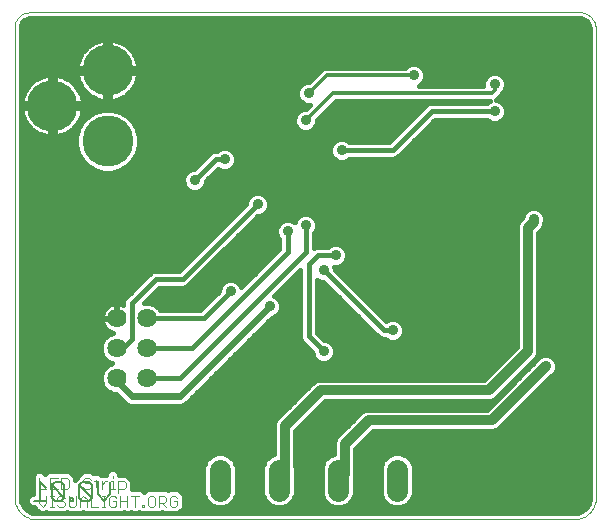
<source format=gbl>
G75*
G70*
%OFA0B0*%
%FSLAX24Y24*%
%IPPOS*%
%LPD*%
%AMOC8*
5,1,8,0,0,1.08239X$1,22.5*
%
%ADD10C,0.0000*%
%ADD11C,0.0030*%
%ADD12C,0.0050*%
%ADD13C,0.0640*%
%ADD14C,0.0705*%
%ADD15C,0.1700*%
%ADD16C,0.0160*%
%ADD17C,0.0356*%
%ADD18C,0.0240*%
%ADD19C,0.0120*%
%ADD20C,0.0320*%
D10*
X000963Y000480D02*
X018988Y000480D01*
X018988Y000481D02*
X019039Y000486D01*
X019089Y000495D01*
X019138Y000508D01*
X019187Y000524D01*
X019234Y000543D01*
X019279Y000566D01*
X019323Y000592D01*
X019365Y000621D01*
X019405Y000653D01*
X019442Y000687D01*
X019477Y000725D01*
X019509Y000764D01*
X019538Y000806D01*
X019564Y000850D01*
X019587Y000896D01*
X019607Y000943D01*
X019623Y000991D01*
X019635Y001040D01*
X019645Y001090D01*
X019650Y001141D01*
X019652Y001192D01*
X019650Y001243D01*
X019650Y016717D01*
X019656Y016764D01*
X019659Y016810D01*
X019658Y016857D01*
X019652Y016904D01*
X019643Y016950D01*
X019630Y016995D01*
X019614Y017039D01*
X019594Y017082D01*
X019570Y017122D01*
X019543Y017161D01*
X019513Y017197D01*
X019480Y017230D01*
X019445Y017261D01*
X019407Y017289D01*
X019367Y017313D01*
X019325Y017335D01*
X019282Y017352D01*
X019237Y017366D01*
X019191Y017376D01*
X000760Y017376D01*
X000718Y017374D01*
X000677Y017369D01*
X000636Y017360D01*
X000596Y017347D01*
X000557Y017331D01*
X000520Y017312D01*
X000485Y017289D01*
X000451Y017264D01*
X000421Y017235D01*
X000392Y017205D01*
X000367Y017171D01*
X000344Y017136D01*
X000325Y017099D01*
X000309Y017060D01*
X000296Y017020D01*
X000287Y016979D01*
X000282Y016938D01*
X000280Y016896D01*
X000280Y001263D01*
X000278Y001211D01*
X000280Y001158D01*
X000286Y001106D01*
X000295Y001054D01*
X000308Y001004D01*
X000325Y000954D01*
X000345Y000905D01*
X000369Y000859D01*
X000396Y000814D01*
X000426Y000771D01*
X000459Y000730D01*
X000495Y000692D01*
X000534Y000656D01*
X000574Y000623D01*
X000618Y000593D01*
X000663Y000567D01*
X000710Y000543D01*
X000758Y000524D01*
X000808Y000507D01*
X000859Y000494D01*
X000911Y000485D01*
X000963Y000480D01*
D11*
X001218Y000895D02*
X001342Y001018D01*
X001342Y001265D01*
X001463Y001265D02*
X001587Y001265D01*
X001525Y001265D02*
X001525Y000895D01*
X001463Y000895D02*
X001587Y000895D01*
X001709Y000957D02*
X001771Y000895D01*
X001894Y000895D01*
X001956Y000957D01*
X001956Y001018D01*
X001894Y001080D01*
X001771Y001080D01*
X001709Y001142D01*
X001709Y001204D01*
X001771Y001265D01*
X001894Y001265D01*
X001956Y001204D01*
X002077Y001265D02*
X002077Y000957D01*
X002139Y000895D01*
X002262Y000895D01*
X002324Y000957D01*
X002324Y001265D01*
X002445Y001142D02*
X002569Y001265D01*
X002692Y001142D01*
X002692Y000895D01*
X002814Y000895D02*
X003061Y000895D01*
X003182Y000895D02*
X003306Y000895D01*
X003244Y000895D02*
X003244Y001265D01*
X003182Y001265D02*
X003306Y001265D01*
X003428Y001204D02*
X003428Y000957D01*
X003489Y000895D01*
X003613Y000895D01*
X003675Y000957D01*
X003675Y001080D01*
X003551Y001080D01*
X003428Y001204D02*
X003489Y001265D01*
X003613Y001265D01*
X003675Y001204D01*
X003796Y001265D02*
X003796Y000895D01*
X003796Y001080D02*
X004043Y001080D01*
X004043Y001265D02*
X004043Y000895D01*
X004288Y000895D02*
X004288Y001265D01*
X004411Y001265D02*
X004164Y001265D01*
X003920Y001495D02*
X003735Y001495D01*
X003612Y001495D02*
X003489Y001495D01*
X003551Y001495D02*
X003551Y001742D01*
X003489Y001742D01*
X003367Y001742D02*
X003306Y001742D01*
X003182Y001618D01*
X003182Y001495D02*
X003182Y001742D01*
X003060Y001742D02*
X002937Y001742D01*
X002998Y001804D02*
X002998Y001557D01*
X003060Y001495D01*
X002815Y001557D02*
X002753Y001495D01*
X002630Y001495D01*
X002568Y001557D01*
X002630Y001680D02*
X002568Y001742D01*
X002568Y001804D01*
X002630Y001865D01*
X002753Y001865D01*
X002815Y001804D01*
X002753Y001680D02*
X002815Y001618D01*
X002815Y001557D01*
X002753Y001680D02*
X002630Y001680D01*
X002814Y001265D02*
X002814Y000895D01*
X002692Y001080D02*
X002445Y001080D01*
X002445Y001142D02*
X002445Y000895D01*
X002017Y001495D02*
X001832Y001495D01*
X001832Y001865D01*
X002017Y001865D01*
X002079Y001804D01*
X002079Y001557D01*
X002017Y001495D01*
X001710Y001495D02*
X001463Y001495D01*
X001463Y001865D01*
X001710Y001865D01*
X001587Y001680D02*
X001463Y001680D01*
X001342Y001495D02*
X001095Y001495D01*
X001095Y001865D01*
X001095Y001265D02*
X001095Y001018D01*
X001218Y000895D01*
X003551Y001865D02*
X003551Y001927D01*
X003735Y001742D02*
X003920Y001742D01*
X003981Y001680D01*
X003981Y001557D01*
X003920Y001495D01*
X003735Y001372D02*
X003735Y001742D01*
X004533Y000957D02*
X004594Y000957D01*
X004594Y000895D01*
X004533Y000895D01*
X004533Y000957D01*
X004717Y000957D02*
X004717Y001204D01*
X004778Y001265D01*
X004902Y001265D01*
X004964Y001204D01*
X004964Y000957D01*
X004902Y000895D01*
X004778Y000895D01*
X004717Y000957D01*
X005085Y001018D02*
X005270Y001018D01*
X005332Y001080D01*
X005332Y001204D01*
X005270Y001265D01*
X005085Y001265D01*
X005085Y000895D01*
X005209Y001018D02*
X005332Y000895D01*
X005453Y000957D02*
X005515Y000895D01*
X005639Y000895D01*
X005700Y000957D01*
X005700Y001080D01*
X005577Y001080D01*
X005700Y001204D02*
X005639Y001265D01*
X005515Y001265D01*
X005453Y001204D01*
X005453Y000957D01*
D12*
X003455Y001309D02*
X003251Y001105D01*
X003048Y001309D01*
X003048Y001716D01*
X002847Y001614D02*
X002746Y001716D01*
X002542Y001716D01*
X002440Y001614D01*
X002847Y001207D01*
X002746Y001105D01*
X002542Y001105D01*
X002440Y001207D01*
X002440Y001614D01*
X002847Y001614D02*
X002847Y001207D01*
X002240Y001207D02*
X002240Y001105D01*
X002138Y001105D01*
X002138Y001207D01*
X002240Y001207D01*
X001936Y001207D02*
X001936Y001614D01*
X001834Y001716D01*
X001630Y001716D01*
X001529Y001614D01*
X001936Y001207D01*
X001834Y001105D01*
X001630Y001105D01*
X001529Y001207D01*
X001529Y001614D01*
X001328Y001512D02*
X001124Y001716D01*
X001124Y001105D01*
X000921Y001105D02*
X001328Y001105D01*
X003455Y001309D02*
X003455Y001716D01*
D13*
X003680Y005180D03*
X003680Y006180D03*
X003680Y007180D03*
X004680Y007180D03*
X004680Y006180D03*
X004680Y005180D03*
D14*
X007127Y002133D02*
X007127Y001428D01*
X009096Y001428D02*
X009096Y002133D01*
X011064Y002133D02*
X011064Y001428D01*
X013033Y001428D02*
X013033Y002133D01*
D15*
X003380Y013086D03*
X001530Y014267D03*
X003380Y015449D03*
D16*
X001061Y000749D02*
X000769Y000749D01*
X000686Y000790D02*
X000549Y000947D01*
X000483Y001144D01*
X000480Y001234D01*
X000480Y001256D01*
X000485Y001332D01*
X000480Y001338D01*
X000480Y016896D01*
X000485Y016951D01*
X000527Y017052D01*
X000604Y017129D01*
X000705Y017171D01*
X000760Y017176D01*
X019166Y017176D01*
X019225Y017160D01*
X019346Y017082D01*
X019428Y016964D01*
X019459Y016824D01*
X019458Y016807D01*
X019450Y016799D01*
X019450Y016734D01*
X019439Y016670D01*
X019450Y016654D01*
X019450Y001317D01*
X019445Y001311D01*
X019450Y001236D01*
X019450Y001171D01*
X019450Y001148D01*
X019411Y000992D01*
X019326Y000855D01*
X019203Y000752D01*
X019053Y000691D01*
X018977Y000680D01*
X000974Y000680D01*
X000873Y000697D01*
X000686Y000790D01*
X000584Y000907D02*
X000801Y000907D01*
X000828Y000880D02*
X000929Y000880D01*
X001003Y000806D01*
X001129Y000680D01*
X001307Y000680D01*
X001341Y000713D01*
X001374Y000680D01*
X001676Y000680D01*
X001679Y000683D01*
X001682Y000680D01*
X001895Y000680D01*
X001983Y000680D01*
X001983Y000680D01*
X001983Y000680D01*
X002016Y000713D01*
X002050Y000680D01*
X002261Y000680D01*
X002351Y000680D01*
X002351Y000680D01*
X002351Y000680D01*
X002354Y000683D01*
X002356Y000680D01*
X002535Y000680D01*
X002569Y000714D01*
X002603Y000680D01*
X003395Y000680D01*
X003397Y000683D01*
X003400Y000680D01*
X003612Y000680D01*
X003702Y000680D01*
X003704Y000683D01*
X003707Y000680D01*
X003885Y000680D01*
X003919Y000714D01*
X003954Y000680D01*
X004132Y000680D01*
X004165Y000713D01*
X004199Y000680D01*
X004377Y000680D01*
X004410Y000713D01*
X004444Y000680D01*
X004683Y000680D01*
X004686Y000683D01*
X004689Y000680D01*
X004901Y000680D01*
X004991Y000680D01*
X004993Y000683D01*
X004996Y000680D01*
X005174Y000680D01*
X005209Y000714D01*
X005243Y000680D01*
X005421Y000680D01*
X005424Y000683D01*
X005426Y000680D01*
X005638Y000680D01*
X005728Y000680D01*
X005789Y000742D01*
X005789Y000742D01*
X005789Y000742D01*
X005854Y000806D01*
X005915Y000868D01*
X005915Y000958D01*
X005915Y001046D01*
X005915Y001293D01*
X005854Y001354D01*
X005728Y001480D01*
X005604Y001480D01*
X005514Y001480D01*
X005426Y001480D01*
X005393Y001447D01*
X005359Y001480D01*
X004996Y001480D01*
X004993Y001478D01*
X004991Y001480D01*
X004868Y001480D01*
X004868Y001480D01*
X004778Y001480D01*
X004689Y001480D01*
X004626Y001417D01*
X004595Y001386D01*
X004500Y001480D01*
X004196Y001480D01*
X004196Y001589D01*
X004196Y001646D01*
X004196Y001769D01*
X004071Y001895D01*
X004009Y001957D01*
X003766Y001957D01*
X003766Y002016D01*
X003640Y002142D01*
X003462Y002142D01*
X003336Y002016D01*
X003336Y001957D01*
X003149Y001957D01*
X003087Y002019D01*
X002909Y002019D01*
X002907Y002016D01*
X002842Y002080D01*
X002719Y002080D01*
X002719Y002080D01*
X002629Y002080D01*
X002541Y002080D01*
X002477Y002017D01*
X002415Y001954D01*
X002353Y001893D01*
X002353Y001893D01*
X002353Y001845D01*
X002317Y001809D01*
X002317Y001809D01*
X002299Y001790D01*
X002294Y001785D01*
X002294Y001893D01*
X002232Y001954D01*
X002106Y002080D01*
X001374Y002080D01*
X001279Y001985D01*
X001184Y002080D01*
X001006Y002080D01*
X000880Y001954D01*
X000880Y001406D01*
X000899Y001386D01*
X000899Y001374D01*
X000880Y001354D01*
X000880Y001330D01*
X000828Y001330D01*
X000696Y001198D01*
X000696Y001012D01*
X000828Y000880D01*
X000696Y001066D02*
X000509Y001066D01*
X000480Y001224D02*
X000722Y001224D01*
X000899Y001383D02*
X000480Y001383D01*
X000480Y001541D02*
X000880Y001541D01*
X000880Y001700D02*
X000480Y001700D01*
X000480Y001858D02*
X000880Y001858D01*
X000942Y002017D02*
X000480Y002017D01*
X000480Y002175D02*
X006575Y002175D01*
X006575Y002242D02*
X006659Y002445D01*
X006814Y002601D01*
X007017Y002685D01*
X007237Y002685D01*
X007440Y002601D01*
X007596Y002445D01*
X007680Y002242D01*
X007680Y001318D01*
X007596Y001115D01*
X007440Y000959D01*
X007237Y000875D01*
X007017Y000875D01*
X006814Y000959D01*
X006659Y001115D01*
X006575Y001318D01*
X006575Y002242D01*
X006612Y002334D02*
X000480Y002334D01*
X000480Y002492D02*
X006705Y002492D01*
X006934Y002651D02*
X000480Y002651D01*
X000480Y002809D02*
X008920Y002809D01*
X008920Y002658D02*
X008783Y002601D01*
X008627Y002445D01*
X008543Y002242D01*
X008543Y001318D01*
X008627Y001115D01*
X008783Y000959D01*
X008986Y000875D01*
X009206Y000875D01*
X009409Y000959D01*
X009564Y001115D01*
X009648Y001318D01*
X009648Y002242D01*
X009640Y002262D01*
X009640Y003431D01*
X010629Y004420D01*
X016152Y004420D01*
X016284Y004475D01*
X016385Y004576D01*
X017685Y005876D01*
X017740Y006008D01*
X017740Y010031D01*
X017885Y010176D01*
X017940Y010308D01*
X017940Y010361D01*
X017958Y010405D01*
X017958Y010555D01*
X017901Y010694D01*
X017794Y010801D01*
X017655Y010858D01*
X017505Y010858D01*
X017366Y010801D01*
X017259Y010694D01*
X017202Y010555D01*
X017202Y010511D01*
X017176Y010485D01*
X017075Y010384D01*
X017020Y010252D01*
X017020Y006229D01*
X015931Y005140D01*
X010408Y005140D01*
X010276Y005085D01*
X009076Y003885D01*
X008975Y003784D01*
X008920Y003652D01*
X008920Y002658D01*
X008903Y002651D02*
X007320Y002651D01*
X007549Y002492D02*
X008674Y002492D01*
X008581Y002334D02*
X007642Y002334D01*
X007680Y002175D02*
X008543Y002175D01*
X008543Y002017D02*
X007680Y002017D01*
X007680Y001858D02*
X008543Y001858D01*
X008543Y001700D02*
X007680Y001700D01*
X007680Y001541D02*
X008543Y001541D01*
X008543Y001383D02*
X007680Y001383D01*
X007641Y001224D02*
X008582Y001224D01*
X008676Y001066D02*
X007547Y001066D01*
X007314Y000907D02*
X008909Y000907D01*
X009283Y000907D02*
X010877Y000907D01*
X010954Y000875D02*
X010751Y000959D01*
X010596Y001115D01*
X010512Y001318D01*
X010512Y002242D01*
X010596Y002445D01*
X010751Y002601D01*
X010920Y002671D01*
X010920Y003052D01*
X010975Y003184D01*
X011076Y003285D01*
X011876Y004085D01*
X012008Y004140D01*
X016031Y004140D01*
X017641Y005750D01*
X017659Y005794D01*
X017766Y005901D01*
X017905Y005958D01*
X018055Y005958D01*
X018194Y005901D01*
X018301Y005794D01*
X018358Y005655D01*
X018358Y005505D01*
X018301Y005366D01*
X018194Y005259D01*
X018150Y005241D01*
X016485Y003576D01*
X016485Y003576D01*
X016384Y003475D01*
X016252Y003420D01*
X012229Y003420D01*
X011640Y002831D01*
X011640Y001924D01*
X011617Y001868D01*
X011617Y001318D01*
X011533Y001115D01*
X011377Y000959D01*
X011174Y000875D01*
X010954Y000875D01*
X011251Y000907D02*
X012846Y000907D01*
X012923Y000875D02*
X012720Y000959D01*
X012564Y001115D01*
X012480Y001318D01*
X012480Y002242D01*
X012564Y002445D01*
X012720Y002601D01*
X012923Y002685D01*
X013143Y002685D01*
X013346Y002601D01*
X013501Y002445D01*
X013585Y002242D01*
X013585Y001318D01*
X013501Y001115D01*
X013346Y000959D01*
X013143Y000875D01*
X012923Y000875D01*
X013220Y000907D02*
X019358Y000907D01*
X019429Y001066D02*
X013452Y001066D01*
X013546Y001224D02*
X019450Y001224D01*
X019450Y001383D02*
X013585Y001383D01*
X013585Y001541D02*
X019450Y001541D01*
X019450Y001700D02*
X013585Y001700D01*
X013585Y001858D02*
X019450Y001858D01*
X019450Y002017D02*
X013585Y002017D01*
X013585Y002175D02*
X019450Y002175D01*
X019450Y002334D02*
X013548Y002334D01*
X013455Y002492D02*
X019450Y002492D01*
X019450Y002651D02*
X013226Y002651D01*
X012840Y002651D02*
X011640Y002651D01*
X011640Y002809D02*
X019450Y002809D01*
X019450Y002968D02*
X011777Y002968D01*
X011935Y003126D02*
X019450Y003126D01*
X019450Y003285D02*
X012094Y003285D01*
X011551Y003760D02*
X009969Y003760D01*
X009811Y003602D02*
X011392Y003602D01*
X011234Y003443D02*
X009652Y003443D01*
X009640Y003285D02*
X011075Y003285D01*
X010951Y003126D02*
X009640Y003126D01*
X009640Y002968D02*
X010920Y002968D01*
X010920Y002809D02*
X009640Y002809D01*
X009640Y002651D02*
X010871Y002651D01*
X010642Y002492D02*
X009640Y002492D01*
X009640Y002334D02*
X010549Y002334D01*
X010512Y002175D02*
X009648Y002175D01*
X009648Y002017D02*
X010512Y002017D01*
X010512Y001858D02*
X009648Y001858D01*
X009648Y001700D02*
X010512Y001700D01*
X010512Y001541D02*
X009648Y001541D01*
X009648Y001383D02*
X010512Y001383D01*
X010551Y001224D02*
X009609Y001224D01*
X009515Y001066D02*
X010645Y001066D01*
X011484Y001066D02*
X012613Y001066D01*
X012519Y001224D02*
X011578Y001224D01*
X011617Y001383D02*
X012480Y001383D01*
X012480Y001541D02*
X011617Y001541D01*
X011617Y001700D02*
X012480Y001700D01*
X012480Y001858D02*
X011617Y001858D01*
X011640Y002017D02*
X012480Y002017D01*
X012480Y002175D02*
X011640Y002175D01*
X011640Y002334D02*
X012518Y002334D01*
X012611Y002492D02*
X011640Y002492D01*
X011709Y003919D02*
X010128Y003919D01*
X010286Y004077D02*
X011868Y004077D01*
X010603Y004394D02*
X016285Y004394D01*
X016362Y004553D02*
X016443Y004553D01*
X016520Y004711D02*
X016602Y004711D01*
X016679Y004870D02*
X016760Y004870D01*
X016837Y005028D02*
X016919Y005028D01*
X016996Y005187D02*
X017077Y005187D01*
X017154Y005345D02*
X017236Y005345D01*
X017313Y005504D02*
X017394Y005504D01*
X017471Y005662D02*
X017553Y005662D01*
X017630Y005821D02*
X017686Y005821D01*
X017728Y005979D02*
X019450Y005979D01*
X019450Y005821D02*
X018274Y005821D01*
X018355Y005662D02*
X019450Y005662D01*
X019450Y005504D02*
X018358Y005504D01*
X018280Y005345D02*
X019450Y005345D01*
X019450Y005187D02*
X018096Y005187D01*
X017937Y005028D02*
X019450Y005028D01*
X019450Y004870D02*
X017779Y004870D01*
X017620Y004711D02*
X019450Y004711D01*
X019450Y004553D02*
X017462Y004553D01*
X017303Y004394D02*
X019450Y004394D01*
X019450Y004236D02*
X017145Y004236D01*
X016986Y004077D02*
X019450Y004077D01*
X019450Y003919D02*
X016828Y003919D01*
X016669Y003760D02*
X019450Y003760D01*
X019450Y003602D02*
X016511Y003602D01*
X016307Y003443D02*
X019450Y003443D01*
X016770Y005979D02*
X010947Y005979D01*
X010958Y006005D02*
X010958Y006155D01*
X010901Y006294D01*
X010794Y006401D01*
X010655Y006458D01*
X010598Y006458D01*
X010360Y006696D01*
X010360Y008465D01*
X010366Y008459D01*
X010505Y008402D01*
X010562Y008402D01*
X012343Y006621D01*
X012421Y006543D01*
X012524Y006500D01*
X012625Y006500D01*
X012666Y006459D01*
X012805Y006402D01*
X012955Y006402D01*
X013094Y006459D01*
X013201Y006566D01*
X013258Y006705D01*
X013258Y006855D01*
X013201Y006994D01*
X013094Y007101D01*
X012955Y007158D01*
X012805Y007158D01*
X012666Y007101D01*
X012661Y007095D01*
X010958Y008798D01*
X010958Y008855D01*
X010939Y008902D01*
X011055Y008902D01*
X011194Y008959D01*
X011301Y009066D01*
X011358Y009205D01*
X011358Y009355D01*
X011301Y009494D01*
X011194Y009601D01*
X011055Y009658D01*
X010905Y009658D01*
X010766Y009601D01*
X010725Y009560D01*
X010324Y009560D01*
X010260Y009533D01*
X010260Y010025D01*
X010301Y010066D01*
X010358Y010205D01*
X010358Y010355D01*
X010301Y010494D01*
X010194Y010601D01*
X010055Y010658D01*
X009905Y010658D01*
X009766Y010601D01*
X009659Y010494D01*
X009613Y010382D01*
X009594Y010401D01*
X009455Y010458D01*
X009305Y010458D01*
X009166Y010401D01*
X009059Y010294D01*
X009002Y010155D01*
X009002Y010005D01*
X009059Y009866D01*
X009100Y009825D01*
X009100Y009496D01*
X007829Y008225D01*
X007801Y008294D01*
X007694Y008401D01*
X007555Y008458D01*
X007405Y008458D01*
X007266Y008401D01*
X007159Y008294D01*
X007102Y008155D01*
X007102Y008098D01*
X006464Y007460D01*
X005127Y007460D01*
X005121Y007475D01*
X004975Y007621D01*
X004783Y007700D01*
X004596Y007700D01*
X005096Y008200D01*
X005936Y008200D01*
X006039Y008243D01*
X008398Y010602D01*
X008455Y010602D01*
X008594Y010659D01*
X008701Y010766D01*
X008758Y010905D01*
X008758Y011055D01*
X008701Y011194D01*
X008594Y011301D01*
X008455Y011358D01*
X008305Y011358D01*
X008166Y011301D01*
X008059Y011194D01*
X008002Y011055D01*
X008002Y010998D01*
X005764Y008760D01*
X004924Y008760D01*
X004821Y008717D01*
X003943Y007839D01*
X003900Y007736D01*
X003900Y007629D01*
X003872Y007643D01*
X003797Y007668D01*
X003719Y007680D01*
X003689Y007680D01*
X003689Y007189D01*
X003671Y007189D01*
X003671Y007680D01*
X003641Y007680D01*
X003563Y007668D01*
X003488Y007643D01*
X003418Y007608D01*
X003354Y007561D01*
X003299Y007506D01*
X003252Y007442D01*
X003217Y007372D01*
X003192Y007297D01*
X003180Y007219D01*
X003180Y007189D01*
X003671Y007189D01*
X003671Y007171D01*
X003180Y007171D01*
X003180Y007141D01*
X003192Y007063D01*
X003217Y006988D01*
X003252Y006918D01*
X003299Y006854D01*
X003354Y006799D01*
X003418Y006752D01*
X003488Y006717D01*
X003560Y006693D01*
X003385Y006621D01*
X003239Y006475D01*
X003160Y006283D01*
X003160Y006077D01*
X003239Y005885D01*
X003385Y005739D01*
X003528Y005680D01*
X003385Y005621D01*
X003239Y005475D01*
X003160Y005283D01*
X003160Y005077D01*
X003239Y004885D01*
X003385Y004739D01*
X003577Y004660D01*
X003647Y004660D01*
X003999Y004309D01*
X004116Y004260D01*
X005844Y004260D01*
X005961Y004309D01*
X006051Y004399D01*
X008854Y007202D01*
X008855Y007202D01*
X008994Y007259D01*
X009101Y007366D01*
X009158Y007505D01*
X009158Y007655D01*
X009101Y007794D01*
X008994Y007901D01*
X008925Y007929D01*
X009800Y008804D01*
X009800Y006524D01*
X009843Y006421D01*
X010202Y006062D01*
X010202Y006005D01*
X010259Y005866D01*
X010366Y005759D01*
X010505Y005702D01*
X010655Y005702D01*
X010794Y005759D01*
X010901Y005866D01*
X010958Y006005D01*
X010958Y006138D02*
X016928Y006138D01*
X017020Y006296D02*
X010899Y006296D01*
X010664Y006455D02*
X012678Y006455D01*
X012580Y006780D02*
X012880Y006780D01*
X012580Y006780D02*
X010580Y008780D01*
X010958Y008832D02*
X017020Y008832D01*
X017020Y008674D02*
X011082Y008674D01*
X011241Y008515D02*
X017020Y008515D01*
X017020Y008357D02*
X011399Y008357D01*
X011558Y008198D02*
X017020Y008198D01*
X017020Y008040D02*
X011716Y008040D01*
X011875Y007881D02*
X017020Y007881D01*
X017020Y007723D02*
X012033Y007723D01*
X012192Y007564D02*
X017020Y007564D01*
X017020Y007406D02*
X012350Y007406D01*
X012509Y007247D02*
X017020Y007247D01*
X017020Y007089D02*
X013106Y007089D01*
X013227Y006930D02*
X017020Y006930D01*
X017020Y006772D02*
X013258Y006772D01*
X013220Y006613D02*
X017020Y006613D01*
X017020Y006455D02*
X013082Y006455D01*
X012351Y006613D02*
X010443Y006613D01*
X010360Y006772D02*
X012192Y006772D01*
X012034Y006930D02*
X010360Y006930D01*
X010360Y007089D02*
X011875Y007089D01*
X011717Y007247D02*
X010360Y007247D01*
X010360Y007406D02*
X011558Y007406D01*
X011400Y007564D02*
X010360Y007564D01*
X010360Y007723D02*
X011241Y007723D01*
X011083Y007881D02*
X010360Y007881D01*
X010360Y008040D02*
X010924Y008040D01*
X010766Y008198D02*
X010360Y008198D01*
X010360Y008357D02*
X010607Y008357D01*
X010080Y008980D02*
X010080Y006580D01*
X010580Y006080D01*
X010855Y005821D02*
X016611Y005821D01*
X016453Y005662D02*
X007315Y005662D01*
X007473Y005821D02*
X010305Y005821D01*
X010213Y005979D02*
X007632Y005979D01*
X007790Y006138D02*
X010126Y006138D01*
X009968Y006296D02*
X007949Y006296D01*
X008107Y006455D02*
X009829Y006455D01*
X009800Y006613D02*
X008266Y006613D01*
X008424Y006772D02*
X009800Y006772D01*
X009800Y006930D02*
X008583Y006930D01*
X008741Y007089D02*
X009800Y007089D01*
X009800Y007247D02*
X008964Y007247D01*
X009117Y007406D02*
X009800Y007406D01*
X009800Y007564D02*
X009158Y007564D01*
X009130Y007723D02*
X009800Y007723D01*
X009800Y007881D02*
X009014Y007881D01*
X009036Y008040D02*
X009800Y008040D01*
X009800Y008198D02*
X009194Y008198D01*
X009353Y008357D02*
X009800Y008357D01*
X009800Y008515D02*
X009511Y008515D01*
X009670Y008674D02*
X009800Y008674D01*
X010080Y008980D02*
X010380Y009280D01*
X010980Y009280D01*
X011225Y008991D02*
X017020Y008991D01*
X017020Y009149D02*
X011335Y009149D01*
X011358Y009308D02*
X017020Y009308D01*
X017020Y009466D02*
X011312Y009466D01*
X011136Y009625D02*
X017020Y009625D01*
X017020Y009783D02*
X010260Y009783D01*
X010260Y009625D02*
X010824Y009625D01*
X010260Y009942D02*
X017020Y009942D01*
X017020Y010100D02*
X010315Y010100D01*
X010358Y010259D02*
X017023Y010259D01*
X017108Y010417D02*
X010333Y010417D01*
X010219Y010576D02*
X017210Y010576D01*
X017299Y010734D02*
X008669Y010734D01*
X008753Y010893D02*
X019450Y010893D01*
X019450Y011051D02*
X008758Y011051D01*
X008685Y011210D02*
X019450Y011210D01*
X019450Y011368D02*
X000480Y011368D01*
X000480Y011210D02*
X008075Y011210D01*
X008002Y011051D02*
X000480Y011051D01*
X000480Y010893D02*
X007897Y010893D01*
X007738Y010734D02*
X000480Y010734D01*
X000480Y010576D02*
X007580Y010576D01*
X007421Y010417D02*
X000480Y010417D01*
X000480Y010259D02*
X007263Y010259D01*
X007104Y010100D02*
X000480Y010100D01*
X000480Y009942D02*
X006946Y009942D01*
X006787Y009783D02*
X000480Y009783D01*
X000480Y009625D02*
X006629Y009625D01*
X006470Y009466D02*
X000480Y009466D01*
X000480Y009308D02*
X006312Y009308D01*
X006153Y009149D02*
X000480Y009149D01*
X000480Y008991D02*
X005995Y008991D01*
X005836Y008832D02*
X000480Y008832D01*
X000480Y008674D02*
X004778Y008674D01*
X004619Y008515D02*
X000480Y008515D01*
X000480Y008357D02*
X004461Y008357D01*
X004302Y008198D02*
X000480Y008198D01*
X000480Y008040D02*
X004144Y008040D01*
X003985Y007881D02*
X000480Y007881D01*
X000480Y007723D02*
X003900Y007723D01*
X003689Y007564D02*
X003671Y007564D01*
X003671Y007406D02*
X003689Y007406D01*
X003689Y007247D02*
X003671Y007247D01*
X003358Y007564D02*
X000480Y007564D01*
X000480Y007406D02*
X003234Y007406D01*
X003184Y007247D02*
X000480Y007247D01*
X000480Y007089D02*
X003188Y007089D01*
X003246Y006930D02*
X000480Y006930D01*
X000480Y006772D02*
X003392Y006772D01*
X003378Y006613D02*
X000480Y006613D01*
X000480Y006455D02*
X003231Y006455D01*
X003165Y006296D02*
X000480Y006296D01*
X000480Y006138D02*
X003160Y006138D01*
X003200Y005979D02*
X000480Y005979D01*
X000480Y005821D02*
X003304Y005821D01*
X003485Y005662D02*
X000480Y005662D01*
X000480Y005504D02*
X003268Y005504D01*
X003186Y005345D02*
X000480Y005345D01*
X000480Y005187D02*
X003160Y005187D01*
X003180Y005028D02*
X000480Y005028D01*
X000480Y004870D02*
X003255Y004870D01*
X003453Y004711D02*
X000480Y004711D01*
X000480Y004553D02*
X003755Y004553D01*
X003913Y004394D02*
X000480Y004394D01*
X000480Y004236D02*
X009426Y004236D01*
X009585Y004394D02*
X006047Y004394D01*
X006205Y004553D02*
X009743Y004553D01*
X009902Y004711D02*
X006364Y004711D01*
X006522Y004870D02*
X010060Y004870D01*
X010219Y005028D02*
X006681Y005028D01*
X006839Y005187D02*
X015977Y005187D01*
X016136Y005345D02*
X006998Y005345D01*
X007156Y005504D02*
X016294Y005504D01*
X016126Y004236D02*
X010445Y004236D01*
X009268Y004077D02*
X000480Y004077D01*
X000480Y003919D02*
X009109Y003919D01*
X008965Y003760D02*
X000480Y003760D01*
X000480Y003602D02*
X008920Y003602D01*
X008920Y003443D02*
X000480Y003443D01*
X000480Y003285D02*
X008920Y003285D01*
X008920Y003126D02*
X000480Y003126D01*
X000480Y002968D02*
X008920Y002968D01*
X006575Y002017D02*
X003765Y002017D01*
X004108Y001858D02*
X006575Y001858D01*
X006575Y001700D02*
X004196Y001700D01*
X004196Y001646D02*
X004196Y001646D01*
X004196Y001541D02*
X006575Y001541D01*
X006575Y001383D02*
X005825Y001383D01*
X005915Y001224D02*
X006614Y001224D01*
X006708Y001066D02*
X005915Y001066D01*
X005915Y001046D02*
X005915Y001046D01*
X005915Y000907D02*
X006940Y000907D01*
X005915Y000868D02*
X005915Y000868D01*
X005915Y000868D01*
X005796Y000749D02*
X019194Y000749D01*
X019450Y006138D02*
X017740Y006138D01*
X017740Y006296D02*
X019450Y006296D01*
X019450Y006455D02*
X017740Y006455D01*
X017740Y006613D02*
X019450Y006613D01*
X019450Y006772D02*
X017740Y006772D01*
X017740Y006930D02*
X019450Y006930D01*
X019450Y007089D02*
X017740Y007089D01*
X017740Y007247D02*
X019450Y007247D01*
X019450Y007406D02*
X017740Y007406D01*
X017740Y007564D02*
X019450Y007564D01*
X019450Y007723D02*
X017740Y007723D01*
X017740Y007881D02*
X019450Y007881D01*
X019450Y008040D02*
X017740Y008040D01*
X017740Y008198D02*
X019450Y008198D01*
X019450Y008357D02*
X017740Y008357D01*
X017740Y008515D02*
X019450Y008515D01*
X019450Y008674D02*
X017740Y008674D01*
X017740Y008832D02*
X019450Y008832D01*
X019450Y008991D02*
X017740Y008991D01*
X017740Y009149D02*
X019450Y009149D01*
X019450Y009308D02*
X017740Y009308D01*
X017740Y009466D02*
X019450Y009466D01*
X019450Y009625D02*
X017740Y009625D01*
X017740Y009783D02*
X019450Y009783D01*
X019450Y009942D02*
X017740Y009942D01*
X017809Y010100D02*
X019450Y010100D01*
X019450Y010259D02*
X017919Y010259D01*
X017958Y010417D02*
X019450Y010417D01*
X019450Y010576D02*
X017950Y010576D01*
X017861Y010734D02*
X019450Y010734D01*
X019450Y011527D02*
X006561Y011527D01*
X006601Y011566D02*
X006658Y011705D01*
X006658Y011762D01*
X007061Y012165D01*
X007066Y012159D01*
X007205Y012102D01*
X007355Y012102D01*
X007494Y012159D01*
X007601Y012266D01*
X007658Y012405D01*
X007658Y012555D01*
X007601Y012694D01*
X007494Y012801D01*
X007355Y012858D01*
X007205Y012858D01*
X007066Y012801D01*
X007025Y012760D01*
X006924Y012760D01*
X006821Y012717D01*
X006262Y012158D01*
X006205Y012158D01*
X006066Y012101D01*
X005959Y011994D01*
X005902Y011855D01*
X005902Y011705D01*
X005959Y011566D01*
X006066Y011459D01*
X006205Y011402D01*
X006355Y011402D01*
X006494Y011459D01*
X006601Y011566D01*
X006650Y011685D02*
X019450Y011685D01*
X019450Y011844D02*
X006740Y011844D01*
X006898Y012002D02*
X019450Y012002D01*
X019450Y012161D02*
X007495Y012161D01*
X007623Y012319D02*
X019450Y012319D01*
X019450Y012478D02*
X011412Y012478D01*
X011394Y012459D02*
X011435Y012500D01*
X012936Y012500D01*
X013039Y012543D01*
X013117Y012621D01*
X014296Y013800D01*
X016025Y013800D01*
X016066Y013759D01*
X016205Y013702D01*
X016355Y013702D01*
X016494Y013759D01*
X016601Y013866D01*
X016658Y014005D01*
X016658Y014155D01*
X016601Y014294D01*
X016494Y014401D01*
X016355Y014458D01*
X016324Y014458D01*
X016327Y014460D01*
X016400Y014533D01*
X016500Y014633D01*
X016524Y014689D01*
X016601Y014766D01*
X016658Y014905D01*
X016658Y015055D01*
X016601Y015194D01*
X016494Y015301D01*
X016355Y015358D01*
X016205Y015358D01*
X016066Y015301D01*
X015959Y015194D01*
X015902Y015055D01*
X015902Y014940D01*
X013747Y014940D01*
X013794Y014959D01*
X013901Y015066D01*
X013958Y015205D01*
X013958Y015355D01*
X013901Y015494D01*
X013794Y015601D01*
X013655Y015658D01*
X013505Y015658D01*
X013366Y015601D01*
X013305Y015540D01*
X010628Y015540D01*
X010533Y015500D01*
X010090Y015058D01*
X010005Y015058D01*
X009866Y015001D01*
X009759Y014894D01*
X009702Y014755D01*
X009702Y014605D01*
X009759Y014466D01*
X009866Y014359D01*
X010005Y014302D01*
X010134Y014302D01*
X009990Y014158D01*
X009905Y014158D01*
X009766Y014101D01*
X009659Y013994D01*
X009602Y013855D01*
X009602Y013705D01*
X009659Y013566D01*
X009766Y013459D01*
X009905Y013402D01*
X010055Y013402D01*
X010194Y013459D01*
X010301Y013566D01*
X010358Y013705D01*
X010358Y013790D01*
X010988Y014420D01*
X016113Y014420D01*
X016066Y014401D01*
X016025Y014360D01*
X014124Y014360D01*
X014021Y014317D01*
X012764Y013060D01*
X011435Y013060D01*
X011394Y013101D01*
X011255Y013158D01*
X011105Y013158D01*
X010966Y013101D01*
X010859Y012994D01*
X010802Y012855D01*
X010802Y012705D01*
X010859Y012566D01*
X010966Y012459D01*
X011105Y012402D01*
X011255Y012402D01*
X011394Y012459D01*
X011180Y012780D02*
X012880Y012780D01*
X014180Y014080D01*
X016280Y014080D01*
X016045Y014380D02*
X010947Y014380D01*
X010789Y014221D02*
X013925Y014221D01*
X013767Y014063D02*
X010630Y014063D01*
X010472Y013904D02*
X013608Y013904D01*
X013450Y013746D02*
X010358Y013746D01*
X010309Y013587D02*
X013291Y013587D01*
X013133Y013429D02*
X010120Y013429D01*
X009840Y013429D02*
X004375Y013429D01*
X004358Y013492D02*
X004220Y013731D01*
X004025Y013927D01*
X003785Y014065D01*
X003518Y014136D01*
X003242Y014136D01*
X002975Y014065D01*
X002735Y013927D01*
X002540Y013731D01*
X002402Y013492D01*
X002330Y013225D01*
X002330Y012948D01*
X002402Y012681D01*
X002540Y012442D01*
X002735Y012246D01*
X002975Y012108D01*
X003242Y012036D01*
X003518Y012036D01*
X003785Y012108D01*
X004025Y012246D01*
X004220Y012442D01*
X004358Y012681D01*
X004430Y012948D01*
X004430Y013225D01*
X004358Y013492D01*
X004303Y013587D02*
X009651Y013587D01*
X009602Y013746D02*
X004206Y013746D01*
X004047Y013904D02*
X009622Y013904D01*
X009728Y014063D02*
X003789Y014063D01*
X003666Y014457D02*
X003553Y014431D01*
X003460Y014421D01*
X003460Y015368D01*
X003300Y015368D01*
X003300Y014421D01*
X003207Y014431D01*
X003094Y014457D01*
X002985Y014495D01*
X002881Y014546D01*
X002783Y014607D01*
X002693Y014679D01*
X002611Y014761D01*
X002539Y014852D01*
X002477Y014949D01*
X002427Y015054D01*
X002389Y015163D01*
X002363Y015276D01*
X002352Y015369D01*
X003300Y015369D01*
X003300Y015529D01*
X003300Y016476D01*
X003207Y016466D01*
X003094Y016440D01*
X002985Y016402D01*
X002881Y016351D01*
X002783Y016290D01*
X002693Y016218D01*
X002611Y016136D01*
X002539Y016045D01*
X002477Y015948D01*
X002427Y015843D01*
X002389Y015734D01*
X002363Y015621D01*
X002352Y015529D01*
X003300Y015529D01*
X003460Y015529D01*
X003460Y016476D01*
X003553Y016466D01*
X003666Y016440D01*
X003775Y016402D01*
X003879Y016351D01*
X003977Y016290D01*
X004067Y016218D01*
X004149Y016136D01*
X004221Y016045D01*
X004283Y015948D01*
X004333Y015843D01*
X004371Y015734D01*
X004397Y015621D01*
X004408Y015529D01*
X003460Y015529D01*
X003460Y015369D01*
X004408Y015369D01*
X004397Y015276D01*
X004371Y015163D01*
X004333Y015054D01*
X004283Y014949D01*
X004221Y014852D01*
X004149Y014761D01*
X004067Y014679D01*
X003977Y014607D01*
X003879Y014546D01*
X003775Y014495D01*
X003666Y014457D01*
X003863Y014538D02*
X009730Y014538D01*
X009702Y014697D02*
X004085Y014697D01*
X004224Y014855D02*
X009743Y014855D01*
X009897Y015014D02*
X004314Y015014D01*
X004373Y015172D02*
X010204Y015172D01*
X010363Y015331D02*
X004403Y015331D01*
X004391Y015648D02*
X013479Y015648D01*
X013681Y015648D02*
X019450Y015648D01*
X019450Y015806D02*
X004346Y015806D01*
X004272Y015965D02*
X019450Y015965D01*
X019450Y016123D02*
X004159Y016123D01*
X003987Y016282D02*
X019450Y016282D01*
X019450Y016440D02*
X003665Y016440D01*
X003460Y016440D02*
X003300Y016440D01*
X003300Y016282D02*
X003460Y016282D01*
X003460Y016123D02*
X003300Y016123D01*
X003300Y015965D02*
X003460Y015965D01*
X003460Y015806D02*
X003300Y015806D01*
X003300Y015648D02*
X003460Y015648D01*
X003460Y015489D02*
X010521Y015489D01*
X009846Y014380D02*
X002553Y014380D01*
X002557Y014347D02*
X002547Y014440D01*
X002521Y014553D01*
X002483Y014662D01*
X002433Y014766D01*
X002371Y014864D01*
X002299Y014955D01*
X002217Y015037D01*
X002127Y015109D01*
X002029Y015170D01*
X001924Y015220D01*
X001815Y015259D01*
X001702Y015284D01*
X001610Y015295D01*
X001610Y014347D01*
X002557Y014347D01*
X002557Y014187D02*
X001610Y014187D01*
X001610Y014347D01*
X001450Y014347D01*
X001450Y014187D01*
X001610Y014187D01*
X001610Y013240D01*
X001702Y013250D01*
X001815Y013276D01*
X001924Y013314D01*
X002029Y013365D01*
X002127Y013426D01*
X002217Y013498D01*
X002299Y013580D01*
X002371Y013670D01*
X002433Y013768D01*
X002483Y013873D01*
X002521Y013982D01*
X002547Y014095D01*
X002557Y014187D01*
X002539Y014063D02*
X002971Y014063D01*
X002713Y013904D02*
X002494Y013904D01*
X002554Y013746D02*
X002418Y013746D01*
X002457Y013587D02*
X002304Y013587D01*
X002385Y013429D02*
X002130Y013429D01*
X002342Y013270D02*
X001789Y013270D01*
X001610Y013270D02*
X001450Y013270D01*
X001450Y013240D02*
X001450Y014187D01*
X000502Y014187D01*
X000513Y014095D01*
X000538Y013982D01*
X000577Y013873D01*
X000627Y013768D01*
X000688Y013670D01*
X000760Y013580D01*
X000842Y013498D01*
X000933Y013426D01*
X001031Y013365D01*
X001135Y013314D01*
X001244Y013276D01*
X001357Y013250D01*
X001450Y013240D01*
X001271Y013270D02*
X000480Y013270D01*
X000480Y013112D02*
X002330Y013112D01*
X002330Y012953D02*
X000480Y012953D01*
X000480Y012795D02*
X002371Y012795D01*
X002428Y012636D02*
X000480Y012636D01*
X000480Y012478D02*
X002519Y012478D01*
X002662Y012319D02*
X000480Y012319D01*
X000480Y012161D02*
X002883Y012161D01*
X003877Y012161D02*
X006265Y012161D01*
X006423Y012319D02*
X004098Y012319D01*
X004241Y012478D02*
X006582Y012478D01*
X006740Y012636D02*
X004332Y012636D01*
X004389Y012795D02*
X007060Y012795D01*
X006980Y012480D02*
X006280Y011780D01*
X005967Y012002D02*
X000480Y012002D01*
X000480Y011844D02*
X005902Y011844D01*
X005910Y011685D02*
X000480Y011685D01*
X000480Y011527D02*
X005999Y011527D01*
X007057Y012161D02*
X007065Y012161D01*
X006980Y012480D02*
X007280Y012480D01*
X007658Y012478D02*
X010948Y012478D01*
X010830Y012636D02*
X007625Y012636D01*
X007500Y012795D02*
X010802Y012795D01*
X010842Y012953D02*
X004430Y012953D01*
X004430Y013112D02*
X010992Y013112D01*
X011368Y013112D02*
X012816Y013112D01*
X012974Y013270D02*
X004418Y013270D01*
X003460Y014538D02*
X003300Y014538D01*
X003300Y014697D02*
X003460Y014697D01*
X003460Y014855D02*
X003300Y014855D01*
X003300Y015014D02*
X003460Y015014D01*
X003460Y015172D02*
X003300Y015172D01*
X003300Y015331D02*
X003460Y015331D01*
X003300Y015489D02*
X000480Y015489D01*
X000480Y015331D02*
X002357Y015331D01*
X002387Y015172D02*
X002025Y015172D01*
X002240Y015014D02*
X002446Y015014D01*
X002377Y014855D02*
X002536Y014855D01*
X002466Y014697D02*
X002675Y014697D01*
X002524Y014538D02*
X002897Y014538D01*
X002369Y015648D02*
X000480Y015648D01*
X000480Y015806D02*
X002414Y015806D01*
X002488Y015965D02*
X000480Y015965D01*
X000480Y016123D02*
X002601Y016123D01*
X002773Y016282D02*
X000480Y016282D01*
X000480Y016440D02*
X003095Y016440D01*
X001610Y015172D02*
X001450Y015172D01*
X001450Y015295D02*
X001357Y015284D01*
X001244Y015259D01*
X001135Y015220D01*
X001031Y015170D01*
X000933Y015109D01*
X000842Y015037D01*
X000760Y014955D01*
X000688Y014864D01*
X000627Y014766D01*
X000577Y014662D01*
X000538Y014553D01*
X000513Y014440D01*
X000502Y014347D01*
X001450Y014347D01*
X001450Y015295D01*
X001450Y015014D02*
X001610Y015014D01*
X001610Y014855D02*
X001450Y014855D01*
X001450Y014697D02*
X001610Y014697D01*
X001610Y014538D02*
X001450Y014538D01*
X001450Y014380D02*
X001610Y014380D01*
X001610Y014221D02*
X010053Y014221D01*
X013132Y012636D02*
X019450Y012636D01*
X019450Y012795D02*
X013291Y012795D01*
X013449Y012953D02*
X019450Y012953D01*
X019450Y013112D02*
X013608Y013112D01*
X013766Y013270D02*
X019450Y013270D01*
X019450Y013429D02*
X013925Y013429D01*
X014083Y013587D02*
X019450Y013587D01*
X019450Y013746D02*
X016461Y013746D01*
X016616Y013904D02*
X019450Y013904D01*
X019450Y014063D02*
X016658Y014063D01*
X016631Y014221D02*
X019450Y014221D01*
X019450Y014380D02*
X016515Y014380D01*
X016406Y014538D02*
X019450Y014538D01*
X019450Y014697D02*
X016531Y014697D01*
X016638Y014855D02*
X019450Y014855D01*
X019450Y015014D02*
X016658Y015014D01*
X016610Y015172D02*
X019450Y015172D01*
X019450Y015331D02*
X016422Y015331D01*
X016138Y015331D02*
X013958Y015331D01*
X013945Y015172D02*
X015950Y015172D01*
X015902Y015014D02*
X013848Y015014D01*
X013903Y015489D02*
X019450Y015489D01*
X019450Y016599D02*
X000480Y016599D01*
X000480Y016757D02*
X019450Y016757D01*
X019439Y016916D02*
X000482Y016916D01*
X000550Y017074D02*
X019351Y017074D01*
X016099Y013746D02*
X014242Y013746D01*
X009980Y010280D02*
X009980Y009380D01*
X005780Y005180D01*
X004680Y005180D01*
X004680Y006180D02*
X006180Y006180D01*
X009380Y009380D01*
X009380Y010080D01*
X009206Y010417D02*
X008213Y010417D01*
X008055Y010259D02*
X009045Y010259D01*
X009002Y010100D02*
X007896Y010100D01*
X007738Y009942D02*
X009028Y009942D01*
X009100Y009783D02*
X007579Y009783D01*
X007421Y009625D02*
X009100Y009625D01*
X009070Y009466D02*
X007262Y009466D01*
X007104Y009308D02*
X008912Y009308D01*
X008753Y009149D02*
X006945Y009149D01*
X006787Y008991D02*
X008595Y008991D01*
X008436Y008832D02*
X006628Y008832D01*
X006470Y008674D02*
X008278Y008674D01*
X008119Y008515D02*
X006311Y008515D01*
X006153Y008357D02*
X007222Y008357D01*
X007120Y008198D02*
X005094Y008198D01*
X004936Y008040D02*
X007044Y008040D01*
X006885Y007881D02*
X004777Y007881D01*
X004619Y007723D02*
X006727Y007723D01*
X006568Y007564D02*
X005031Y007564D01*
X004680Y007180D02*
X006580Y007180D01*
X007480Y008080D01*
X007738Y008357D02*
X007961Y008357D01*
X009554Y010417D02*
X009627Y010417D01*
X009741Y010576D02*
X008372Y010576D01*
X008380Y010980D02*
X005880Y008480D01*
X004980Y008480D01*
X004180Y007680D01*
X004180Y006480D01*
X003880Y006180D01*
X003680Y006180D01*
X003336Y002017D02*
X003089Y002017D01*
X002907Y002017D02*
X002906Y002017D01*
X002541Y002080D02*
X002541Y002080D01*
X002541Y002080D01*
X002477Y002017D02*
X002170Y002017D01*
X002294Y001858D02*
X002353Y001858D01*
X002353Y001893D02*
X002353Y001893D01*
X002415Y001954D02*
X002415Y001954D01*
X001310Y002017D02*
X001248Y002017D01*
X003702Y000680D02*
X003702Y000680D01*
X003702Y000680D01*
X004689Y001480D02*
X004689Y001480D01*
X004689Y001480D01*
X005426Y001480D02*
X005426Y001480D01*
X005426Y001480D01*
X005604Y001480D02*
X005604Y001480D01*
X005728Y000680D02*
X005728Y000680D01*
X005728Y000680D01*
X004991Y000680D02*
X004991Y000680D01*
X004991Y000680D01*
X001610Y013429D02*
X001450Y013429D01*
X001450Y013587D02*
X001610Y013587D01*
X001610Y013746D02*
X001450Y013746D01*
X001450Y013904D02*
X001610Y013904D01*
X001610Y014063D02*
X001450Y014063D01*
X001450Y014221D02*
X000480Y014221D01*
X000480Y014063D02*
X000520Y014063D01*
X000480Y013904D02*
X000566Y013904D01*
X000641Y013746D02*
X000480Y013746D01*
X000480Y013587D02*
X000755Y013587D01*
X000930Y013429D02*
X000480Y013429D01*
X000480Y014380D02*
X000506Y014380D01*
X000480Y014538D02*
X000535Y014538D01*
X000480Y014697D02*
X000593Y014697D01*
X000682Y014855D02*
X000480Y014855D01*
X000480Y015014D02*
X000819Y015014D01*
X001034Y015172D02*
X000480Y015172D01*
D17*
X006280Y011780D03*
X007280Y012480D03*
X008380Y010980D03*
X009380Y010080D03*
X009980Y010280D03*
X010980Y009280D03*
X010580Y008780D03*
X008780Y007580D03*
X007480Y008080D03*
X010580Y006080D03*
X012880Y006780D03*
X017580Y010480D03*
X016280Y014080D03*
X016280Y014980D03*
X013580Y015280D03*
X011180Y012780D03*
X009980Y013780D03*
X010080Y014680D03*
X013580Y012180D03*
X017980Y005580D03*
D18*
X008780Y007580D02*
X005780Y004580D01*
X004180Y004580D01*
X003680Y005080D01*
X003680Y005180D01*
D19*
X009980Y013780D02*
X010880Y014680D01*
X016180Y014680D01*
X016280Y014780D01*
X016280Y014980D01*
X013580Y015280D02*
X010680Y015280D01*
X010080Y014680D01*
D20*
X017380Y010180D02*
X017380Y006080D01*
X016080Y004780D01*
X010480Y004780D01*
X009280Y003580D01*
X009280Y001964D01*
X009096Y001780D01*
X011064Y001780D02*
X011280Y001996D01*
X011280Y002980D01*
X012080Y003780D01*
X016180Y003780D01*
X017980Y005580D01*
X017380Y010180D02*
X017580Y010380D01*
X017580Y010480D01*
M02*

</source>
